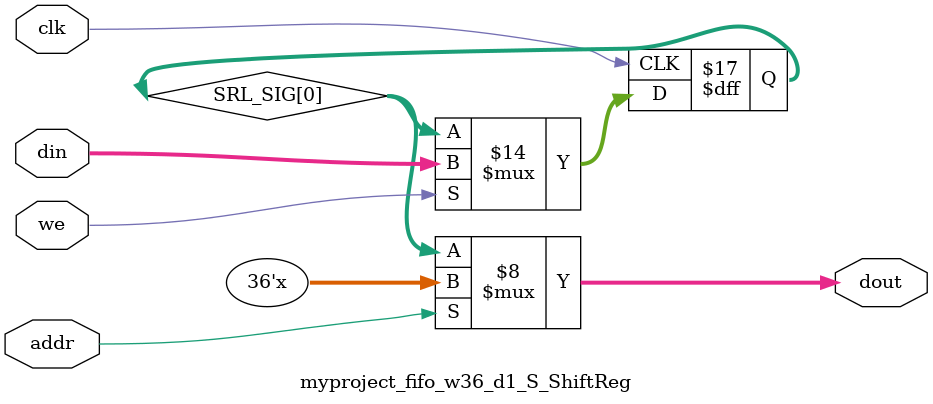
<source format=v>

`timescale 1ns/1ps

module myproject_fifo_w36_d1_S
#(parameter
    MEM_STYLE    = "shiftReg",
    DATA_WIDTH   = 36,
    ADDR_WIDTH   = 1,
    DEPTH        = 1)
(
    // system signal
    input  wire                  clk,
    input  wire                  reset,

    // write
    output wire                  if_full_n,
    input  wire                  if_write_ce,
    input  wire                  if_write,
    input  wire [DATA_WIDTH-1:0] if_din,
    
    // read 
    output wire [ADDR_WIDTH:0]   if_num_data_valid, // for FRP
    output wire [ADDR_WIDTH:0]   if_fifo_cap,       // for FRP

    output wire                  if_empty_n,
    input  wire                  if_read_ce,
    input  wire                  if_read,
    output wire [DATA_WIDTH-1:0] if_dout
);
//------------------------Parameter----------------------
localparam 
    SRL_DEPTH    = DEPTH,
    SRL_AWIDTH   = ADDR_WIDTH;
//------------------------Local signal-------------------
    reg  [SRL_AWIDTH-1:0] addr;
    wire                  push;
    wire                  pop;
    reg  [SRL_AWIDTH:0]   mOutPtr;
    reg                   empty_n = 1'b0;
    reg                   full_n = 1'b1; 

//------------------------Instantiation------------------
    myproject_fifo_w36_d1_S_ShiftReg 
    #(  .DATA_WIDTH (DATA_WIDTH),
        .ADDR_WIDTH (SRL_AWIDTH),
        .DEPTH      (SRL_DEPTH))
    U_myproject_fifo_w36_d1_S_ShiftReg (
        .clk        (clk),
        .we         (push),
        .addr       (addr),
        .din        (if_din),
        .dout       (if_dout)
    );
//------------------------Task and function--------------

//------------------------Body---------------------------
    // num_data_valid 
    assign if_num_data_valid = mOutPtr;
    assign if_fifo_cap       = DEPTH;

    // almost full/empty 

    // program full/empty 

    assign if_full_n  = full_n; 
    assign if_empty_n = empty_n;

    assign push       = full_n & if_write_ce & if_write;
    assign pop        = empty_n & if_read_ce & if_read;

    // addr
    always @(posedge clk) begin
        if (reset)
            addr <= {SRL_AWIDTH{1'b0}};
        else if (push & ~pop && empty_n)
            addr <= addr + 1'b1;
        else if (~push & pop && (mOutPtr != 1))
            addr <= addr - 1'b1;
    end

    // mOutPtr
    always @(posedge clk) begin
        if (reset)
            mOutPtr <= {SRL_AWIDTH+1{1'b0}};
        else if (push & ~pop)
            mOutPtr <= mOutPtr + 1'b1;
        else if (~push & pop)
            mOutPtr <= mOutPtr - 1'b1;
    end

    // full_n
    always @(posedge clk) begin
        if (reset)
            full_n <= 1'b1;
        else if ((push & ~pop) && (mOutPtr == DEPTH - 1))
            full_n <= 1'b0;
        else if (~push & pop)
            full_n <= 1'b1;
    end

    // empty_n
    always @(posedge clk) begin
        if (reset)
            empty_n <= 1'b0;
        else if (push & ~pop)
            empty_n <= 1'b1;
        else if ((~push & pop) && (mOutPtr == 1))
            empty_n <= 1'b0;
    end

    // almost_full_n 

    // almost_empty_n 

    // prog_full_n 
 
    // prog_empty_n 

endmodule  


module myproject_fifo_w36_d1_S_ShiftReg
#(parameter
    DATA_WIDTH  = 36,
    ADDR_WIDTH  = 1,
    DEPTH       = 1)
(
    input  wire                  clk,
    input  wire                  we,
    input  wire [ADDR_WIDTH-1:0] addr,
    input  wire [DATA_WIDTH-1:0] din,
    output wire [DATA_WIDTH-1:0] dout
);

    reg [DATA_WIDTH-1:0] SRL_SIG [0:DEPTH-1];
    integer i;

    always @(posedge clk) begin
        if (we) begin
            for (i=0; i<DEPTH-1; i=i+1)
                SRL_SIG[i+1] <= SRL_SIG[i];
            SRL_SIG[0] <= din;
        end
    end

    assign dout = SRL_SIG[addr];

endmodule
</source>
